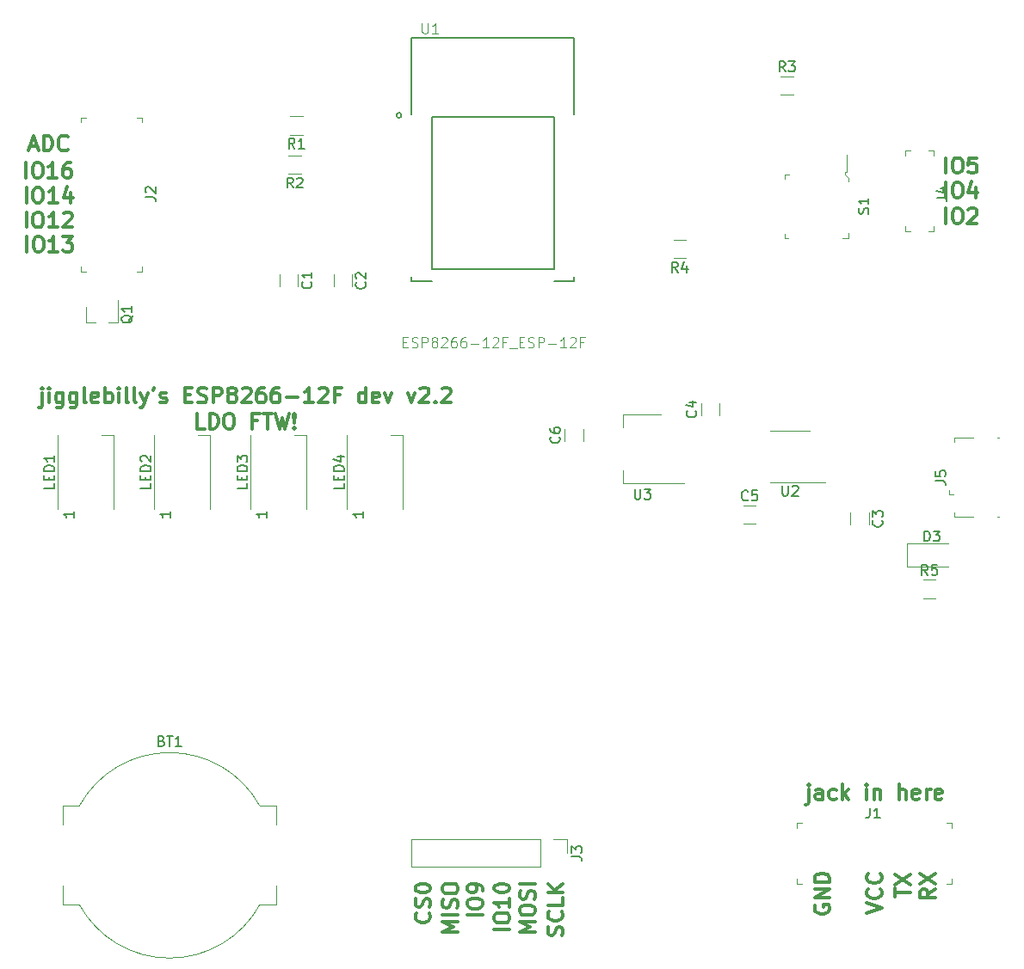
<source format=gbr>
G04 #@! TF.GenerationSoftware,KiCad,Pcbnew,(5.1.2)-1*
G04 #@! TF.CreationDate,2020-01-23T21:38:11-06:00*
G04 #@! TF.ProjectId,8266-dev,38323636-2d64-4657-962e-6b696361645f,rev?*
G04 #@! TF.SameCoordinates,Original*
G04 #@! TF.FileFunction,Legend,Top*
G04 #@! TF.FilePolarity,Positive*
%FSLAX46Y46*%
G04 Gerber Fmt 4.6, Leading zero omitted, Abs format (unit mm)*
G04 Created by KiCad (PCBNEW (5.1.2)-1) date 2020-01-23 21:38:11*
%MOMM*%
%LPD*%
G04 APERTURE LIST*
%ADD10C,0.300000*%
%ADD11C,0.120000*%
%ADD12C,0.100000*%
%ADD13C,0.127000*%
%ADD14C,0.150000*%
%ADD15C,0.050000*%
G04 APERTURE END LIST*
D10*
X88605011Y-81608891D02*
X88605011Y-82894605D01*
X88533582Y-83037462D01*
X88390725Y-83108891D01*
X88319297Y-83108891D01*
X88605011Y-81108891D02*
X88533582Y-81180320D01*
X88605011Y-81251748D01*
X88676440Y-81180320D01*
X88605011Y-81108891D01*
X88605011Y-81251748D01*
X89319297Y-82608891D02*
X89319297Y-81608891D01*
X89319297Y-81108891D02*
X89247868Y-81180320D01*
X89319297Y-81251748D01*
X89390725Y-81180320D01*
X89319297Y-81108891D01*
X89319297Y-81251748D01*
X90676440Y-81608891D02*
X90676440Y-82823177D01*
X90605011Y-82966034D01*
X90533582Y-83037462D01*
X90390725Y-83108891D01*
X90176440Y-83108891D01*
X90033582Y-83037462D01*
X90676440Y-82537462D02*
X90533582Y-82608891D01*
X90247868Y-82608891D01*
X90105011Y-82537462D01*
X90033582Y-82466034D01*
X89962154Y-82323177D01*
X89962154Y-81894605D01*
X90033582Y-81751748D01*
X90105011Y-81680320D01*
X90247868Y-81608891D01*
X90533582Y-81608891D01*
X90676440Y-81680320D01*
X92033582Y-81608891D02*
X92033582Y-82823177D01*
X91962154Y-82966034D01*
X91890725Y-83037462D01*
X91747868Y-83108891D01*
X91533582Y-83108891D01*
X91390725Y-83037462D01*
X92033582Y-82537462D02*
X91890725Y-82608891D01*
X91605011Y-82608891D01*
X91462154Y-82537462D01*
X91390725Y-82466034D01*
X91319297Y-82323177D01*
X91319297Y-81894605D01*
X91390725Y-81751748D01*
X91462154Y-81680320D01*
X91605011Y-81608891D01*
X91890725Y-81608891D01*
X92033582Y-81680320D01*
X92962154Y-82608891D02*
X92819297Y-82537462D01*
X92747868Y-82394605D01*
X92747868Y-81108891D01*
X94105011Y-82537462D02*
X93962154Y-82608891D01*
X93676440Y-82608891D01*
X93533582Y-82537462D01*
X93462154Y-82394605D01*
X93462154Y-81823177D01*
X93533582Y-81680320D01*
X93676440Y-81608891D01*
X93962154Y-81608891D01*
X94105011Y-81680320D01*
X94176440Y-81823177D01*
X94176440Y-81966034D01*
X93462154Y-82108891D01*
X94819297Y-82608891D02*
X94819297Y-81108891D01*
X94819297Y-81680320D02*
X94962154Y-81608891D01*
X95247868Y-81608891D01*
X95390725Y-81680320D01*
X95462154Y-81751748D01*
X95533582Y-81894605D01*
X95533582Y-82323177D01*
X95462154Y-82466034D01*
X95390725Y-82537462D01*
X95247868Y-82608891D01*
X94962154Y-82608891D01*
X94819297Y-82537462D01*
X96176440Y-82608891D02*
X96176440Y-81608891D01*
X96176440Y-81108891D02*
X96105011Y-81180320D01*
X96176440Y-81251748D01*
X96247868Y-81180320D01*
X96176440Y-81108891D01*
X96176440Y-81251748D01*
X97105011Y-82608891D02*
X96962154Y-82537462D01*
X96890725Y-82394605D01*
X96890725Y-81108891D01*
X97890725Y-82608891D02*
X97747868Y-82537462D01*
X97676440Y-82394605D01*
X97676440Y-81108891D01*
X98319297Y-81608891D02*
X98676440Y-82608891D01*
X99033582Y-81608891D02*
X98676440Y-82608891D01*
X98533582Y-82966034D01*
X98462154Y-83037462D01*
X98319297Y-83108891D01*
X99676440Y-81108891D02*
X99533582Y-81394605D01*
X100247868Y-82537462D02*
X100390725Y-82608891D01*
X100676440Y-82608891D01*
X100819297Y-82537462D01*
X100890725Y-82394605D01*
X100890725Y-82323177D01*
X100819297Y-82180320D01*
X100676440Y-82108891D01*
X100462154Y-82108891D01*
X100319297Y-82037462D01*
X100247868Y-81894605D01*
X100247868Y-81823177D01*
X100319297Y-81680320D01*
X100462154Y-81608891D01*
X100676440Y-81608891D01*
X100819297Y-81680320D01*
X102676440Y-81823177D02*
X103176440Y-81823177D01*
X103390725Y-82608891D02*
X102676440Y-82608891D01*
X102676440Y-81108891D01*
X103390725Y-81108891D01*
X103962154Y-82537462D02*
X104176440Y-82608891D01*
X104533582Y-82608891D01*
X104676440Y-82537462D01*
X104747868Y-82466034D01*
X104819297Y-82323177D01*
X104819297Y-82180320D01*
X104747868Y-82037462D01*
X104676440Y-81966034D01*
X104533582Y-81894605D01*
X104247868Y-81823177D01*
X104105011Y-81751748D01*
X104033582Y-81680320D01*
X103962154Y-81537462D01*
X103962154Y-81394605D01*
X104033582Y-81251748D01*
X104105011Y-81180320D01*
X104247868Y-81108891D01*
X104605011Y-81108891D01*
X104819297Y-81180320D01*
X105462154Y-82608891D02*
X105462154Y-81108891D01*
X106033582Y-81108891D01*
X106176440Y-81180320D01*
X106247868Y-81251748D01*
X106319297Y-81394605D01*
X106319297Y-81608891D01*
X106247868Y-81751748D01*
X106176440Y-81823177D01*
X106033582Y-81894605D01*
X105462154Y-81894605D01*
X107176440Y-81751748D02*
X107033582Y-81680320D01*
X106962154Y-81608891D01*
X106890725Y-81466034D01*
X106890725Y-81394605D01*
X106962154Y-81251748D01*
X107033582Y-81180320D01*
X107176440Y-81108891D01*
X107462154Y-81108891D01*
X107605011Y-81180320D01*
X107676440Y-81251748D01*
X107747868Y-81394605D01*
X107747868Y-81466034D01*
X107676440Y-81608891D01*
X107605011Y-81680320D01*
X107462154Y-81751748D01*
X107176440Y-81751748D01*
X107033582Y-81823177D01*
X106962154Y-81894605D01*
X106890725Y-82037462D01*
X106890725Y-82323177D01*
X106962154Y-82466034D01*
X107033582Y-82537462D01*
X107176440Y-82608891D01*
X107462154Y-82608891D01*
X107605011Y-82537462D01*
X107676440Y-82466034D01*
X107747868Y-82323177D01*
X107747868Y-82037462D01*
X107676440Y-81894605D01*
X107605011Y-81823177D01*
X107462154Y-81751748D01*
X108319297Y-81251748D02*
X108390725Y-81180320D01*
X108533582Y-81108891D01*
X108890725Y-81108891D01*
X109033582Y-81180320D01*
X109105011Y-81251748D01*
X109176440Y-81394605D01*
X109176440Y-81537462D01*
X109105011Y-81751748D01*
X108247868Y-82608891D01*
X109176440Y-82608891D01*
X110462154Y-81108891D02*
X110176440Y-81108891D01*
X110033582Y-81180320D01*
X109962154Y-81251748D01*
X109819297Y-81466034D01*
X109747868Y-81751748D01*
X109747868Y-82323177D01*
X109819297Y-82466034D01*
X109890725Y-82537462D01*
X110033582Y-82608891D01*
X110319297Y-82608891D01*
X110462154Y-82537462D01*
X110533582Y-82466034D01*
X110605011Y-82323177D01*
X110605011Y-81966034D01*
X110533582Y-81823177D01*
X110462154Y-81751748D01*
X110319297Y-81680320D01*
X110033582Y-81680320D01*
X109890725Y-81751748D01*
X109819297Y-81823177D01*
X109747868Y-81966034D01*
X111890725Y-81108891D02*
X111605011Y-81108891D01*
X111462154Y-81180320D01*
X111390725Y-81251748D01*
X111247868Y-81466034D01*
X111176440Y-81751748D01*
X111176440Y-82323177D01*
X111247868Y-82466034D01*
X111319297Y-82537462D01*
X111462154Y-82608891D01*
X111747868Y-82608891D01*
X111890725Y-82537462D01*
X111962154Y-82466034D01*
X112033582Y-82323177D01*
X112033582Y-81966034D01*
X111962154Y-81823177D01*
X111890725Y-81751748D01*
X111747868Y-81680320D01*
X111462154Y-81680320D01*
X111319297Y-81751748D01*
X111247868Y-81823177D01*
X111176440Y-81966034D01*
X112676440Y-82037462D02*
X113819297Y-82037462D01*
X115319297Y-82608891D02*
X114462154Y-82608891D01*
X114890725Y-82608891D02*
X114890725Y-81108891D01*
X114747868Y-81323177D01*
X114605011Y-81466034D01*
X114462154Y-81537462D01*
X115890725Y-81251748D02*
X115962154Y-81180320D01*
X116105011Y-81108891D01*
X116462154Y-81108891D01*
X116605011Y-81180320D01*
X116676440Y-81251748D01*
X116747868Y-81394605D01*
X116747868Y-81537462D01*
X116676440Y-81751748D01*
X115819297Y-82608891D01*
X116747868Y-82608891D01*
X117890725Y-81823177D02*
X117390725Y-81823177D01*
X117390725Y-82608891D02*
X117390725Y-81108891D01*
X118105011Y-81108891D01*
X120462154Y-82608891D02*
X120462154Y-81108891D01*
X120462154Y-82537462D02*
X120319297Y-82608891D01*
X120033582Y-82608891D01*
X119890725Y-82537462D01*
X119819297Y-82466034D01*
X119747868Y-82323177D01*
X119747868Y-81894605D01*
X119819297Y-81751748D01*
X119890725Y-81680320D01*
X120033582Y-81608891D01*
X120319297Y-81608891D01*
X120462154Y-81680320D01*
X121747868Y-82537462D02*
X121605011Y-82608891D01*
X121319297Y-82608891D01*
X121176440Y-82537462D01*
X121105011Y-82394605D01*
X121105011Y-81823177D01*
X121176440Y-81680320D01*
X121319297Y-81608891D01*
X121605011Y-81608891D01*
X121747868Y-81680320D01*
X121819297Y-81823177D01*
X121819297Y-81966034D01*
X121105011Y-82108891D01*
X122319297Y-81608891D02*
X122676440Y-82608891D01*
X123033582Y-81608891D01*
X124605011Y-81608891D02*
X124962154Y-82608891D01*
X125319297Y-81608891D01*
X125819297Y-81251748D02*
X125890725Y-81180320D01*
X126033582Y-81108891D01*
X126390725Y-81108891D01*
X126533582Y-81180320D01*
X126605011Y-81251748D01*
X126676440Y-81394605D01*
X126676440Y-81537462D01*
X126605011Y-81751748D01*
X125747868Y-82608891D01*
X126676440Y-82608891D01*
X127319297Y-82466034D02*
X127390725Y-82537462D01*
X127319297Y-82608891D01*
X127247868Y-82537462D01*
X127319297Y-82466034D01*
X127319297Y-82608891D01*
X127962154Y-81251748D02*
X128033582Y-81180320D01*
X128176440Y-81108891D01*
X128533582Y-81108891D01*
X128676440Y-81180320D01*
X128747868Y-81251748D01*
X128819297Y-81394605D01*
X128819297Y-81537462D01*
X128747868Y-81751748D01*
X127890725Y-82608891D01*
X128819297Y-82608891D01*
X104605011Y-85158891D02*
X103890725Y-85158891D01*
X103890725Y-83658891D01*
X105105011Y-85158891D02*
X105105011Y-83658891D01*
X105462154Y-83658891D01*
X105676440Y-83730320D01*
X105819297Y-83873177D01*
X105890725Y-84016034D01*
X105962154Y-84301748D01*
X105962154Y-84516034D01*
X105890725Y-84801748D01*
X105819297Y-84944605D01*
X105676440Y-85087462D01*
X105462154Y-85158891D01*
X105105011Y-85158891D01*
X106890725Y-83658891D02*
X107176440Y-83658891D01*
X107319297Y-83730320D01*
X107462154Y-83873177D01*
X107533582Y-84158891D01*
X107533582Y-84658891D01*
X107462154Y-84944605D01*
X107319297Y-85087462D01*
X107176440Y-85158891D01*
X106890725Y-85158891D01*
X106747868Y-85087462D01*
X106605011Y-84944605D01*
X106533582Y-84658891D01*
X106533582Y-84158891D01*
X106605011Y-83873177D01*
X106747868Y-83730320D01*
X106890725Y-83658891D01*
X109819297Y-84373177D02*
X109319297Y-84373177D01*
X109319297Y-85158891D02*
X109319297Y-83658891D01*
X110033582Y-83658891D01*
X110390725Y-83658891D02*
X111247868Y-83658891D01*
X110819297Y-85158891D02*
X110819297Y-83658891D01*
X111605011Y-83658891D02*
X111962154Y-85158891D01*
X112247868Y-84087462D01*
X112533582Y-85158891D01*
X112890725Y-83658891D01*
X113462154Y-85016034D02*
X113533582Y-85087462D01*
X113462154Y-85158891D01*
X113390725Y-85087462D01*
X113462154Y-85016034D01*
X113462154Y-85158891D01*
X113462154Y-84587462D02*
X113390725Y-83730320D01*
X113462154Y-83658891D01*
X113533582Y-83730320D01*
X113462154Y-84587462D01*
X113462154Y-83658891D01*
X139804222Y-135060214D02*
X139875651Y-134845928D01*
X139875651Y-134488785D01*
X139804222Y-134345928D01*
X139732794Y-134274500D01*
X139589937Y-134203071D01*
X139447080Y-134203071D01*
X139304222Y-134274500D01*
X139232794Y-134345928D01*
X139161365Y-134488785D01*
X139089937Y-134774500D01*
X139018508Y-134917357D01*
X138947080Y-134988785D01*
X138804222Y-135060214D01*
X138661365Y-135060214D01*
X138518508Y-134988785D01*
X138447080Y-134917357D01*
X138375651Y-134774500D01*
X138375651Y-134417357D01*
X138447080Y-134203071D01*
X139732794Y-132703071D02*
X139804222Y-132774500D01*
X139875651Y-132988785D01*
X139875651Y-133131642D01*
X139804222Y-133345928D01*
X139661365Y-133488785D01*
X139518508Y-133560214D01*
X139232794Y-133631642D01*
X139018508Y-133631642D01*
X138732794Y-133560214D01*
X138589937Y-133488785D01*
X138447080Y-133345928D01*
X138375651Y-133131642D01*
X138375651Y-132988785D01*
X138447080Y-132774500D01*
X138518508Y-132703071D01*
X139875651Y-131345928D02*
X139875651Y-132060214D01*
X138375651Y-132060214D01*
X139875651Y-130845928D02*
X138375651Y-130845928D01*
X139875651Y-129988785D02*
X139018508Y-130631642D01*
X138375651Y-129988785D02*
X139232794Y-130845928D01*
X137107051Y-134716542D02*
X135607051Y-134716542D01*
X136678480Y-134216542D01*
X135607051Y-133716542D01*
X137107051Y-133716542D01*
X135607051Y-132716542D02*
X135607051Y-132430828D01*
X135678480Y-132287971D01*
X135821337Y-132145114D01*
X136107051Y-132073685D01*
X136607051Y-132073685D01*
X136892765Y-132145114D01*
X137035622Y-132287971D01*
X137107051Y-132430828D01*
X137107051Y-132716542D01*
X137035622Y-132859400D01*
X136892765Y-133002257D01*
X136607051Y-133073685D01*
X136107051Y-133073685D01*
X135821337Y-133002257D01*
X135678480Y-132859400D01*
X135607051Y-132716542D01*
X137035622Y-131502257D02*
X137107051Y-131287971D01*
X137107051Y-130930828D01*
X137035622Y-130787971D01*
X136964194Y-130716542D01*
X136821337Y-130645114D01*
X136678480Y-130645114D01*
X136535622Y-130716542D01*
X136464194Y-130787971D01*
X136392765Y-130930828D01*
X136321337Y-131216542D01*
X136249908Y-131359400D01*
X136178480Y-131430828D01*
X136035622Y-131502257D01*
X135892765Y-131502257D01*
X135749908Y-131430828D01*
X135678480Y-131359400D01*
X135607051Y-131216542D01*
X135607051Y-130859400D01*
X135678480Y-130645114D01*
X137107051Y-130002257D02*
X135607051Y-130002257D01*
X134622931Y-134472085D02*
X133122931Y-134472085D01*
X133122931Y-133472085D02*
X133122931Y-133186371D01*
X133194360Y-133043514D01*
X133337217Y-132900657D01*
X133622931Y-132829228D01*
X134122931Y-132829228D01*
X134408645Y-132900657D01*
X134551502Y-133043514D01*
X134622931Y-133186371D01*
X134622931Y-133472085D01*
X134551502Y-133614942D01*
X134408645Y-133757800D01*
X134122931Y-133829228D01*
X133622931Y-133829228D01*
X133337217Y-133757800D01*
X133194360Y-133614942D01*
X133122931Y-133472085D01*
X134622931Y-131400657D02*
X134622931Y-132257800D01*
X134622931Y-131829228D02*
X133122931Y-131829228D01*
X133337217Y-131972085D01*
X133480074Y-132114942D01*
X133551502Y-132257800D01*
X133122931Y-130472085D02*
X133122931Y-130329228D01*
X133194360Y-130186371D01*
X133265788Y-130114942D01*
X133408645Y-130043514D01*
X133694360Y-129972085D01*
X134051502Y-129972085D01*
X134337217Y-130043514D01*
X134480074Y-130114942D01*
X134551502Y-130186371D01*
X134622931Y-130329228D01*
X134622931Y-130472085D01*
X134551502Y-130614942D01*
X134480074Y-130686371D01*
X134337217Y-130757800D01*
X134051502Y-130829228D01*
X133694360Y-130829228D01*
X133408645Y-130757800D01*
X133265788Y-130686371D01*
X133194360Y-130614942D01*
X133122931Y-130472085D01*
X131976251Y-133041520D02*
X130476251Y-133041520D01*
X130476251Y-132041520D02*
X130476251Y-131755805D01*
X130547680Y-131612948D01*
X130690537Y-131470091D01*
X130976251Y-131398662D01*
X131476251Y-131398662D01*
X131761965Y-131470091D01*
X131904822Y-131612948D01*
X131976251Y-131755805D01*
X131976251Y-132041520D01*
X131904822Y-132184377D01*
X131761965Y-132327234D01*
X131476251Y-132398662D01*
X130976251Y-132398662D01*
X130690537Y-132327234D01*
X130547680Y-132184377D01*
X130476251Y-132041520D01*
X131976251Y-130684377D02*
X131976251Y-130398662D01*
X131904822Y-130255805D01*
X131833394Y-130184377D01*
X131619108Y-130041520D01*
X131333394Y-129970091D01*
X130761965Y-129970091D01*
X130619108Y-130041520D01*
X130547680Y-130112948D01*
X130476251Y-130255805D01*
X130476251Y-130541520D01*
X130547680Y-130684377D01*
X130619108Y-130755805D01*
X130761965Y-130827234D01*
X131119108Y-130827234D01*
X131261965Y-130755805D01*
X131333394Y-130684377D01*
X131404822Y-130541520D01*
X131404822Y-130255805D01*
X131333394Y-130112948D01*
X131261965Y-130041520D01*
X131119108Y-129970091D01*
X129542931Y-134731782D02*
X128042931Y-134731782D01*
X129114360Y-134231782D01*
X128042931Y-133731782D01*
X129542931Y-133731782D01*
X129542931Y-133017497D02*
X128042931Y-133017497D01*
X129471502Y-132374640D02*
X129542931Y-132160354D01*
X129542931Y-131803211D01*
X129471502Y-131660354D01*
X129400074Y-131588925D01*
X129257217Y-131517497D01*
X129114360Y-131517497D01*
X128971502Y-131588925D01*
X128900074Y-131660354D01*
X128828645Y-131803211D01*
X128757217Y-132088925D01*
X128685788Y-132231782D01*
X128614360Y-132303211D01*
X128471502Y-132374640D01*
X128328645Y-132374640D01*
X128185788Y-132303211D01*
X128114360Y-132231782D01*
X128042931Y-132088925D01*
X128042931Y-131731782D01*
X128114360Y-131517497D01*
X128042931Y-130588925D02*
X128042931Y-130303211D01*
X128114360Y-130160354D01*
X128257217Y-130017497D01*
X128542931Y-129946068D01*
X129042931Y-129946068D01*
X129328645Y-130017497D01*
X129471502Y-130160354D01*
X129542931Y-130303211D01*
X129542931Y-130588925D01*
X129471502Y-130731782D01*
X129328645Y-130874640D01*
X129042931Y-130946068D01*
X128542931Y-130946068D01*
X128257217Y-130874640D01*
X128114360Y-130731782D01*
X128042931Y-130588925D01*
X126700054Y-132841085D02*
X126771482Y-132912514D01*
X126842911Y-133126800D01*
X126842911Y-133269657D01*
X126771482Y-133483942D01*
X126628625Y-133626800D01*
X126485768Y-133698228D01*
X126200054Y-133769657D01*
X125985768Y-133769657D01*
X125700054Y-133698228D01*
X125557197Y-133626800D01*
X125414340Y-133483942D01*
X125342911Y-133269657D01*
X125342911Y-133126800D01*
X125414340Y-132912514D01*
X125485768Y-132841085D01*
X126771482Y-132269657D02*
X126842911Y-132055371D01*
X126842911Y-131698228D01*
X126771482Y-131555371D01*
X126700054Y-131483942D01*
X126557197Y-131412514D01*
X126414340Y-131412514D01*
X126271482Y-131483942D01*
X126200054Y-131555371D01*
X126128625Y-131698228D01*
X126057197Y-131983942D01*
X125985768Y-132126800D01*
X125914340Y-132198228D01*
X125771482Y-132269657D01*
X125628625Y-132269657D01*
X125485768Y-132198228D01*
X125414340Y-132126800D01*
X125342911Y-131983942D01*
X125342911Y-131626800D01*
X125414340Y-131412514D01*
X125342911Y-130483942D02*
X125342911Y-130341085D01*
X125414340Y-130198228D01*
X125485768Y-130126800D01*
X125628625Y-130055371D01*
X125914340Y-129983942D01*
X126271482Y-129983942D01*
X126557197Y-130055371D01*
X126700054Y-130126800D01*
X126771482Y-130198228D01*
X126842911Y-130341085D01*
X126842911Y-130483942D01*
X126771482Y-130626800D01*
X126700054Y-130698228D01*
X126557197Y-130769657D01*
X126271482Y-130841085D01*
X125914340Y-130841085D01*
X125628625Y-130769657D01*
X125485768Y-130698228D01*
X125414340Y-130626800D01*
X125342911Y-130483942D01*
X177542060Y-64950731D02*
X177542060Y-63450731D01*
X178542060Y-63450731D02*
X178827774Y-63450731D01*
X178970631Y-63522160D01*
X179113488Y-63665017D01*
X179184917Y-63950731D01*
X179184917Y-64450731D01*
X179113488Y-64736445D01*
X178970631Y-64879302D01*
X178827774Y-64950731D01*
X178542060Y-64950731D01*
X178399202Y-64879302D01*
X178256345Y-64736445D01*
X178184917Y-64450731D01*
X178184917Y-63950731D01*
X178256345Y-63665017D01*
X178399202Y-63522160D01*
X178542060Y-63450731D01*
X179756345Y-63593588D02*
X179827774Y-63522160D01*
X179970631Y-63450731D01*
X180327774Y-63450731D01*
X180470631Y-63522160D01*
X180542060Y-63593588D01*
X180613488Y-63736445D01*
X180613488Y-63879302D01*
X180542060Y-64093588D01*
X179684917Y-64950731D01*
X180613488Y-64950731D01*
X177542060Y-62408191D02*
X177542060Y-60908191D01*
X178542060Y-60908191D02*
X178827774Y-60908191D01*
X178970631Y-60979620D01*
X179113488Y-61122477D01*
X179184917Y-61408191D01*
X179184917Y-61908191D01*
X179113488Y-62193905D01*
X178970631Y-62336762D01*
X178827774Y-62408191D01*
X178542060Y-62408191D01*
X178399202Y-62336762D01*
X178256345Y-62193905D01*
X178184917Y-61908191D01*
X178184917Y-61408191D01*
X178256345Y-61122477D01*
X178399202Y-60979620D01*
X178542060Y-60908191D01*
X180470631Y-61408191D02*
X180470631Y-62408191D01*
X180113488Y-60836762D02*
X179756345Y-61908191D01*
X180684917Y-61908191D01*
X177542060Y-59985031D02*
X177542060Y-58485031D01*
X178542060Y-58485031D02*
X178827774Y-58485031D01*
X178970631Y-58556460D01*
X179113488Y-58699317D01*
X179184917Y-58985031D01*
X179184917Y-59485031D01*
X179113488Y-59770745D01*
X178970631Y-59913602D01*
X178827774Y-59985031D01*
X178542060Y-59985031D01*
X178399202Y-59913602D01*
X178256345Y-59770745D01*
X178184917Y-59485031D01*
X178184917Y-58985031D01*
X178256345Y-58699317D01*
X178399202Y-58556460D01*
X178542060Y-58485031D01*
X180542060Y-58485031D02*
X179827774Y-58485031D01*
X179756345Y-59199317D01*
X179827774Y-59127888D01*
X179970631Y-59056460D01*
X180327774Y-59056460D01*
X180470631Y-59127888D01*
X180542060Y-59199317D01*
X180613488Y-59342174D01*
X180613488Y-59699317D01*
X180542060Y-59842174D01*
X180470631Y-59913602D01*
X180327774Y-59985031D01*
X179970631Y-59985031D01*
X179827774Y-59913602D01*
X179756345Y-59842174D01*
X87120054Y-67754891D02*
X87120054Y-66254891D01*
X88120054Y-66254891D02*
X88405768Y-66254891D01*
X88548625Y-66326320D01*
X88691482Y-66469177D01*
X88762911Y-66754891D01*
X88762911Y-67254891D01*
X88691482Y-67540605D01*
X88548625Y-67683462D01*
X88405768Y-67754891D01*
X88120054Y-67754891D01*
X87977197Y-67683462D01*
X87834340Y-67540605D01*
X87762911Y-67254891D01*
X87762911Y-66754891D01*
X87834340Y-66469177D01*
X87977197Y-66326320D01*
X88120054Y-66254891D01*
X90191482Y-67754891D02*
X89334340Y-67754891D01*
X89762911Y-67754891D02*
X89762911Y-66254891D01*
X89620054Y-66469177D01*
X89477197Y-66612034D01*
X89334340Y-66683462D01*
X90691482Y-66254891D02*
X91620054Y-66254891D01*
X91120054Y-66826320D01*
X91334340Y-66826320D01*
X91477197Y-66897748D01*
X91548625Y-66969177D01*
X91620054Y-67112034D01*
X91620054Y-67469177D01*
X91548625Y-67612034D01*
X91477197Y-67683462D01*
X91334340Y-67754891D01*
X90905768Y-67754891D01*
X90762911Y-67683462D01*
X90691482Y-67612034D01*
X87089574Y-65336811D02*
X87089574Y-63836811D01*
X88089574Y-63836811D02*
X88375288Y-63836811D01*
X88518145Y-63908240D01*
X88661002Y-64051097D01*
X88732431Y-64336811D01*
X88732431Y-64836811D01*
X88661002Y-65122525D01*
X88518145Y-65265382D01*
X88375288Y-65336811D01*
X88089574Y-65336811D01*
X87946717Y-65265382D01*
X87803860Y-65122525D01*
X87732431Y-64836811D01*
X87732431Y-64336811D01*
X87803860Y-64051097D01*
X87946717Y-63908240D01*
X88089574Y-63836811D01*
X90161002Y-65336811D02*
X89303860Y-65336811D01*
X89732431Y-65336811D02*
X89732431Y-63836811D01*
X89589574Y-64051097D01*
X89446717Y-64193954D01*
X89303860Y-64265382D01*
X90732431Y-63979668D02*
X90803860Y-63908240D01*
X90946717Y-63836811D01*
X91303860Y-63836811D01*
X91446717Y-63908240D01*
X91518145Y-63979668D01*
X91589574Y-64122525D01*
X91589574Y-64265382D01*
X91518145Y-64479668D01*
X90661002Y-65336811D01*
X91589574Y-65336811D01*
X87069254Y-62918731D02*
X87069254Y-61418731D01*
X88069254Y-61418731D02*
X88354968Y-61418731D01*
X88497825Y-61490160D01*
X88640682Y-61633017D01*
X88712111Y-61918731D01*
X88712111Y-62418731D01*
X88640682Y-62704445D01*
X88497825Y-62847302D01*
X88354968Y-62918731D01*
X88069254Y-62918731D01*
X87926397Y-62847302D01*
X87783540Y-62704445D01*
X87712111Y-62418731D01*
X87712111Y-61918731D01*
X87783540Y-61633017D01*
X87926397Y-61490160D01*
X88069254Y-61418731D01*
X90140682Y-62918731D02*
X89283540Y-62918731D01*
X89712111Y-62918731D02*
X89712111Y-61418731D01*
X89569254Y-61633017D01*
X89426397Y-61775874D01*
X89283540Y-61847302D01*
X91426397Y-61918731D02*
X91426397Y-62918731D01*
X91069254Y-61347302D02*
X90712111Y-62418731D01*
X91640682Y-62418731D01*
X87033694Y-60470171D02*
X87033694Y-58970171D01*
X88033694Y-58970171D02*
X88319408Y-58970171D01*
X88462265Y-59041600D01*
X88605122Y-59184457D01*
X88676551Y-59470171D01*
X88676551Y-59970171D01*
X88605122Y-60255885D01*
X88462265Y-60398742D01*
X88319408Y-60470171D01*
X88033694Y-60470171D01*
X87890837Y-60398742D01*
X87747980Y-60255885D01*
X87676551Y-59970171D01*
X87676551Y-59470171D01*
X87747980Y-59184457D01*
X87890837Y-59041600D01*
X88033694Y-58970171D01*
X90105122Y-60470171D02*
X89247980Y-60470171D01*
X89676551Y-60470171D02*
X89676551Y-58970171D01*
X89533694Y-59184457D01*
X89390837Y-59327314D01*
X89247980Y-59398742D01*
X91390837Y-58970171D02*
X91105122Y-58970171D01*
X90962265Y-59041600D01*
X90890837Y-59113028D01*
X90747980Y-59327314D01*
X90676551Y-59613028D01*
X90676551Y-60184457D01*
X90747980Y-60327314D01*
X90819408Y-60398742D01*
X90962265Y-60470171D01*
X91247980Y-60470171D01*
X91390837Y-60398742D01*
X91462265Y-60327314D01*
X91533694Y-60184457D01*
X91533694Y-59827314D01*
X91462265Y-59684457D01*
X91390837Y-59613028D01*
X91247980Y-59541600D01*
X90962265Y-59541600D01*
X90819408Y-59613028D01*
X90747980Y-59684457D01*
X90676551Y-59827314D01*
X87418777Y-57364440D02*
X88133062Y-57364440D01*
X87275920Y-57793011D02*
X87775920Y-56293011D01*
X88275920Y-57793011D01*
X88775920Y-57793011D02*
X88775920Y-56293011D01*
X89133062Y-56293011D01*
X89347348Y-56364440D01*
X89490205Y-56507297D01*
X89561634Y-56650154D01*
X89633062Y-56935868D01*
X89633062Y-57150154D01*
X89561634Y-57435868D01*
X89490205Y-57578725D01*
X89347348Y-57721582D01*
X89133062Y-57793011D01*
X88775920Y-57793011D01*
X91133062Y-57650154D02*
X91061634Y-57721582D01*
X90847348Y-57793011D01*
X90704491Y-57793011D01*
X90490205Y-57721582D01*
X90347348Y-57578725D01*
X90275920Y-57435868D01*
X90204491Y-57150154D01*
X90204491Y-56935868D01*
X90275920Y-56650154D01*
X90347348Y-56507297D01*
X90490205Y-56364440D01*
X90704491Y-56293011D01*
X90847348Y-56293011D01*
X91061634Y-56364440D01*
X91133062Y-56435868D01*
X176489751Y-130496120D02*
X175775465Y-130996120D01*
X176489751Y-131353262D02*
X174989751Y-131353262D01*
X174989751Y-130781834D01*
X175061180Y-130638977D01*
X175132608Y-130567548D01*
X175275465Y-130496120D01*
X175489751Y-130496120D01*
X175632608Y-130567548D01*
X175704037Y-130638977D01*
X175775465Y-130781834D01*
X175775465Y-131353262D01*
X174989751Y-129996120D02*
X176489751Y-128996120D01*
X174989751Y-128996120D02*
X176489751Y-129996120D01*
X172525951Y-131287377D02*
X172525951Y-130430234D01*
X174025951Y-130858805D02*
X172525951Y-130858805D01*
X172525951Y-130073091D02*
X174025951Y-129073091D01*
X172525951Y-129073091D02*
X174025951Y-130073091D01*
X169757351Y-132850640D02*
X171257351Y-132350640D01*
X169757351Y-131850640D01*
X171114494Y-130493497D02*
X171185922Y-130564925D01*
X171257351Y-130779211D01*
X171257351Y-130922068D01*
X171185922Y-131136354D01*
X171043065Y-131279211D01*
X170900208Y-131350640D01*
X170614494Y-131422068D01*
X170400208Y-131422068D01*
X170114494Y-131350640D01*
X169971637Y-131279211D01*
X169828780Y-131136354D01*
X169757351Y-130922068D01*
X169757351Y-130779211D01*
X169828780Y-130564925D01*
X169900208Y-130493497D01*
X171114494Y-128993497D02*
X171185922Y-129064925D01*
X171257351Y-129279211D01*
X171257351Y-129422068D01*
X171185922Y-129636354D01*
X171043065Y-129779211D01*
X170900208Y-129850640D01*
X170614494Y-129922068D01*
X170400208Y-129922068D01*
X170114494Y-129850640D01*
X169971637Y-129779211D01*
X169828780Y-129636354D01*
X169757351Y-129422068D01*
X169757351Y-129279211D01*
X169828780Y-129064925D01*
X169900208Y-128993497D01*
X164695440Y-132092557D02*
X164624011Y-132235414D01*
X164624011Y-132449700D01*
X164695440Y-132663985D01*
X164838297Y-132806842D01*
X164981154Y-132878271D01*
X165266868Y-132949700D01*
X165481154Y-132949700D01*
X165766868Y-132878271D01*
X165909725Y-132806842D01*
X166052582Y-132663985D01*
X166124011Y-132449700D01*
X166124011Y-132306842D01*
X166052582Y-132092557D01*
X165981154Y-132021128D01*
X165481154Y-132021128D01*
X165481154Y-132306842D01*
X166124011Y-131378271D02*
X164624011Y-131378271D01*
X166124011Y-130521128D01*
X164624011Y-130521128D01*
X166124011Y-129806842D02*
X164624011Y-129806842D01*
X164624011Y-129449700D01*
X164695440Y-129235414D01*
X164838297Y-129092557D01*
X164981154Y-129021128D01*
X165266868Y-128949700D01*
X165481154Y-128949700D01*
X165766868Y-129021128D01*
X165909725Y-129092557D01*
X166052582Y-129235414D01*
X166124011Y-129449700D01*
X166124011Y-129806842D01*
X164055765Y-120658771D02*
X164055765Y-121944485D01*
X163984337Y-122087342D01*
X163841480Y-122158771D01*
X163770051Y-122158771D01*
X164055765Y-120158771D02*
X163984337Y-120230200D01*
X164055765Y-120301628D01*
X164127194Y-120230200D01*
X164055765Y-120158771D01*
X164055765Y-120301628D01*
X165412908Y-121658771D02*
X165412908Y-120873057D01*
X165341480Y-120730200D01*
X165198622Y-120658771D01*
X164912908Y-120658771D01*
X164770051Y-120730200D01*
X165412908Y-121587342D02*
X165270051Y-121658771D01*
X164912908Y-121658771D01*
X164770051Y-121587342D01*
X164698622Y-121444485D01*
X164698622Y-121301628D01*
X164770051Y-121158771D01*
X164912908Y-121087342D01*
X165270051Y-121087342D01*
X165412908Y-121015914D01*
X166770051Y-121587342D02*
X166627194Y-121658771D01*
X166341480Y-121658771D01*
X166198622Y-121587342D01*
X166127194Y-121515914D01*
X166055765Y-121373057D01*
X166055765Y-120944485D01*
X166127194Y-120801628D01*
X166198622Y-120730200D01*
X166341480Y-120658771D01*
X166627194Y-120658771D01*
X166770051Y-120730200D01*
X167412908Y-121658771D02*
X167412908Y-120158771D01*
X167555765Y-121087342D02*
X167984337Y-121658771D01*
X167984337Y-120658771D02*
X167412908Y-121230200D01*
X169770051Y-121658771D02*
X169770051Y-120658771D01*
X169770051Y-120158771D02*
X169698622Y-120230200D01*
X169770051Y-120301628D01*
X169841480Y-120230200D01*
X169770051Y-120158771D01*
X169770051Y-120301628D01*
X170484337Y-120658771D02*
X170484337Y-121658771D01*
X170484337Y-120801628D02*
X170555765Y-120730200D01*
X170698622Y-120658771D01*
X170912908Y-120658771D01*
X171055765Y-120730200D01*
X171127194Y-120873057D01*
X171127194Y-121658771D01*
X172984337Y-121658771D02*
X172984337Y-120158771D01*
X173627194Y-121658771D02*
X173627194Y-120873057D01*
X173555765Y-120730200D01*
X173412908Y-120658771D01*
X173198622Y-120658771D01*
X173055765Y-120730200D01*
X172984337Y-120801628D01*
X174912908Y-121587342D02*
X174770051Y-121658771D01*
X174484337Y-121658771D01*
X174341480Y-121587342D01*
X174270051Y-121444485D01*
X174270051Y-120873057D01*
X174341480Y-120730200D01*
X174484337Y-120658771D01*
X174770051Y-120658771D01*
X174912908Y-120730200D01*
X174984337Y-120873057D01*
X174984337Y-121015914D01*
X174270051Y-121158771D01*
X175627194Y-121658771D02*
X175627194Y-120658771D01*
X175627194Y-120944485D02*
X175698622Y-120801628D01*
X175770051Y-120730200D01*
X175912908Y-120658771D01*
X176055765Y-120658771D01*
X177127194Y-121587342D02*
X176984337Y-121658771D01*
X176698622Y-121658771D01*
X176555765Y-121587342D01*
X176484337Y-121444485D01*
X176484337Y-120873057D01*
X176555765Y-120730200D01*
X176698622Y-120658771D01*
X176984337Y-120658771D01*
X177127194Y-120730200D01*
X177198622Y-120873057D01*
X177198622Y-121015914D01*
X176484337Y-121158771D01*
D11*
X169957699Y-93419237D02*
X169957699Y-94623365D01*
X168137699Y-93419237D02*
X168137699Y-94623365D01*
X90698200Y-122285180D02*
X92305290Y-122285180D01*
X90698200Y-124170180D02*
X90698200Y-122285180D01*
X111638200Y-124170180D02*
X111638200Y-122285180D01*
X90698200Y-130170180D02*
X90698200Y-132055180D01*
X111638200Y-130170180D02*
X111638200Y-132055180D01*
X111638200Y-122285180D02*
X110031110Y-122285180D01*
X90698200Y-132055180D02*
X92305290Y-132055180D01*
X111638200Y-132055180D02*
X110031110Y-132055180D01*
X92305290Y-122285180D02*
G75*
G02X110031110Y-122285180I8862910J-4885000D01*
G01*
X110033221Y-132051348D02*
G75*
G02X92305290Y-132055180I-8865021J4881168D01*
G01*
X113800300Y-69931656D02*
X113800300Y-71135784D01*
X111980300Y-69931656D02*
X111980300Y-71135784D01*
X114248824Y-56198180D02*
X113044696Y-56198180D01*
X114248824Y-54378180D02*
X113044696Y-54378180D01*
X114081184Y-58251680D02*
X112877056Y-58251680D01*
X114081184Y-60071680D02*
X112877056Y-60071680D01*
X161307236Y-52268800D02*
X162511364Y-52268800D01*
X161307236Y-50448800D02*
X162511364Y-50448800D01*
X151945424Y-68385100D02*
X150741296Y-68385100D01*
X151945424Y-66565100D02*
X150741296Y-66565100D01*
D12*
X167930360Y-60488780D02*
X167930360Y-60788780D01*
X167930360Y-60488780D02*
X167605360Y-60138780D01*
X167605360Y-60138780D02*
X167605360Y-59838780D01*
X167605360Y-59838780D02*
X167830360Y-59838780D01*
X167830360Y-59838780D02*
X167830360Y-58188780D01*
X167380360Y-66388780D02*
X167930360Y-66388780D01*
X167930360Y-66388780D02*
X167930360Y-65888780D01*
X161680360Y-60538780D02*
X161680360Y-60138780D01*
X161680360Y-60138780D02*
X162080360Y-60138780D01*
X162055360Y-66388780D02*
X161680360Y-66388780D01*
X161680360Y-66388780D02*
X161680360Y-66013780D01*
D13*
X123986780Y-54296580D02*
G75*
G03X123986780Y-54296580I-250000J0D01*
G01*
X140986780Y-70671580D02*
X138986780Y-70671580D01*
X140986780Y-70171580D02*
X140986780Y-70671580D01*
X124986780Y-70671580D02*
X126986780Y-70671580D01*
X124986780Y-70171580D02*
X124986780Y-70671580D01*
X140986780Y-46671580D02*
X140986780Y-54171580D01*
X124986780Y-46671580D02*
X140986780Y-46671580D01*
X124986780Y-54171580D02*
X124986780Y-46671580D01*
X126986780Y-69431580D02*
X126986780Y-54431580D01*
X138986780Y-69431580D02*
X126986780Y-69431580D01*
X138986780Y-54431580D02*
X138986780Y-69431580D01*
X126986780Y-54431580D02*
X138986780Y-54431580D01*
D12*
X178111480Y-123949200D02*
X178111480Y-124449200D01*
X178111480Y-123949200D02*
X177611480Y-123949200D01*
X178111480Y-129949200D02*
X177611480Y-129949200D01*
X178111480Y-129949200D02*
X178111480Y-129449200D01*
X162911480Y-123949200D02*
X162911480Y-124449200D01*
X162911480Y-123949200D02*
X163411480Y-123949200D01*
X162911480Y-129949200D02*
X162911480Y-129449200D01*
X162911480Y-129949200D02*
X163411480Y-129949200D01*
X98417640Y-69704280D02*
X97917640Y-69704280D01*
X98417640Y-69704280D02*
X98417640Y-69204280D01*
X92417640Y-69704280D02*
X92417640Y-69204280D01*
X92417640Y-69704280D02*
X92917640Y-69704280D01*
X98417640Y-54504280D02*
X97917640Y-54504280D01*
X98417640Y-54504280D02*
X98417640Y-55004280D01*
X92417640Y-54504280D02*
X92917640Y-54504280D01*
X92417640Y-54504280D02*
X92417640Y-55004280D01*
D11*
X124912530Y-125614200D02*
X124912530Y-128274200D01*
X137672530Y-125614200D02*
X124912530Y-125614200D01*
X137672530Y-128274200D02*
X124912530Y-128274200D01*
X137672530Y-125614200D02*
X137672530Y-128274200D01*
X138942530Y-125614200D02*
X140272530Y-125614200D01*
X140272530Y-125614200D02*
X140272530Y-126944200D01*
D12*
X173519640Y-65694700D02*
X174019640Y-65694700D01*
X173519640Y-65694700D02*
X173519640Y-65194700D01*
X173519640Y-57794700D02*
X173519640Y-58294700D01*
X173519640Y-57794700D02*
X174019640Y-57794700D01*
X176319640Y-57794700D02*
X175819640Y-57794700D01*
X176319640Y-57794700D02*
X176319640Y-58294700D01*
X176319640Y-65694700D02*
X175819640Y-65694700D01*
X176319640Y-65694700D02*
X176319640Y-65194700D01*
D11*
X119116520Y-69976916D02*
X119116520Y-71181044D01*
X117296520Y-69976916D02*
X117296520Y-71181044D01*
X95624000Y-85795000D02*
X94474000Y-85795000D01*
X95624000Y-93095000D02*
X95624000Y-85795000D01*
X90124000Y-93095000D02*
X90124000Y-85795000D01*
X99619666Y-93095000D02*
X99619666Y-85795000D01*
X105119666Y-93095000D02*
X105119666Y-85795000D01*
X105119666Y-85795000D02*
X103969666Y-85795000D01*
X114615332Y-85795000D02*
X113465332Y-85795000D01*
X114615332Y-93095000D02*
X114615332Y-85795000D01*
X109115332Y-93095000D02*
X109115332Y-85795000D01*
X118611000Y-93095000D02*
X118611000Y-85795000D01*
X124111000Y-93095000D02*
X124111000Y-85795000D01*
X124111000Y-85795000D02*
X122961000Y-85795000D01*
X92910500Y-74658000D02*
X93840500Y-74658000D01*
X96070500Y-74658000D02*
X95140500Y-74658000D01*
X96070500Y-74658000D02*
X96070500Y-72498000D01*
X92910500Y-74658000D02*
X92910500Y-73198000D01*
X178419500Y-93857400D02*
X178419500Y-93407400D01*
X180269500Y-93857400D02*
X178419500Y-93857400D01*
X182819500Y-86057400D02*
X182569500Y-86057400D01*
X182819500Y-93857400D02*
X182569500Y-93857400D01*
X180269500Y-86057400D02*
X178419500Y-86057400D01*
X178419500Y-86057400D02*
X178419500Y-86507400D01*
X177869500Y-91657400D02*
X177869500Y-91207400D01*
X177869500Y-91657400D02*
X178319500Y-91657400D01*
X162205900Y-85349400D02*
X160255900Y-85349400D01*
X162205900Y-85349400D02*
X164155900Y-85349400D01*
X162205900Y-90469400D02*
X160255900Y-90469400D01*
X162205900Y-90469400D02*
X165655900Y-90469400D01*
X177746781Y-96463161D02*
X173686781Y-96463161D01*
X173686781Y-96463161D02*
X173686781Y-98733161D01*
X173686781Y-98733161D02*
X177746781Y-98733161D01*
X175329717Y-100028161D02*
X176533845Y-100028161D01*
X175329717Y-101848161D02*
X176533845Y-101848161D01*
X157642476Y-92699160D02*
X158846604Y-92699160D01*
X157642476Y-94519160D02*
X158846604Y-94519160D01*
X141877460Y-86398184D02*
X141877460Y-85194056D01*
X140057460Y-86398184D02*
X140057460Y-85194056D01*
X145777900Y-83733620D02*
X145777900Y-84993620D01*
X145777900Y-90553620D02*
X145777900Y-89293620D01*
X149537900Y-83733620D02*
X145777900Y-83733620D01*
X151787900Y-90553620D02*
X145777900Y-90553620D01*
X153463580Y-83840404D02*
X153463580Y-82636276D01*
X155283580Y-83840404D02*
X155283580Y-82636276D01*
D14*
X171224841Y-94187967D02*
X171272460Y-94235586D01*
X171320079Y-94378443D01*
X171320079Y-94473681D01*
X171272460Y-94616539D01*
X171177222Y-94711777D01*
X171081984Y-94759396D01*
X170891508Y-94807015D01*
X170748651Y-94807015D01*
X170558175Y-94759396D01*
X170462937Y-94711777D01*
X170367699Y-94616539D01*
X170320079Y-94473681D01*
X170320079Y-94378443D01*
X170367699Y-94235586D01*
X170415318Y-94187967D01*
X170320079Y-93854634D02*
X170320079Y-93235586D01*
X170701032Y-93568920D01*
X170701032Y-93426062D01*
X170748651Y-93330824D01*
X170796270Y-93283205D01*
X170891508Y-93235586D01*
X171129603Y-93235586D01*
X171224841Y-93283205D01*
X171272460Y-93330824D01*
X171320079Y-93426062D01*
X171320079Y-93711777D01*
X171272460Y-93807015D01*
X171224841Y-93854634D01*
X100382485Y-115898751D02*
X100525342Y-115946370D01*
X100572961Y-115993989D01*
X100620580Y-116089227D01*
X100620580Y-116232084D01*
X100572961Y-116327322D01*
X100525342Y-116374941D01*
X100430104Y-116422560D01*
X100049152Y-116422560D01*
X100049152Y-115422560D01*
X100382485Y-115422560D01*
X100477723Y-115470180D01*
X100525342Y-115517799D01*
X100572961Y-115613037D01*
X100572961Y-115708275D01*
X100525342Y-115803513D01*
X100477723Y-115851132D01*
X100382485Y-115898751D01*
X100049152Y-115898751D01*
X100906295Y-115422560D02*
X101477723Y-115422560D01*
X101192009Y-116422560D02*
X101192009Y-115422560D01*
X102334866Y-116422560D02*
X101763438Y-116422560D01*
X102049152Y-116422560D02*
X102049152Y-115422560D01*
X101953914Y-115565418D01*
X101858676Y-115660656D01*
X101763438Y-115708275D01*
X115067442Y-70700386D02*
X115115061Y-70748005D01*
X115162680Y-70890862D01*
X115162680Y-70986100D01*
X115115061Y-71128958D01*
X115019823Y-71224196D01*
X114924585Y-71271815D01*
X114734109Y-71319434D01*
X114591252Y-71319434D01*
X114400776Y-71271815D01*
X114305538Y-71224196D01*
X114210300Y-71128958D01*
X114162680Y-70986100D01*
X114162680Y-70890862D01*
X114210300Y-70748005D01*
X114257919Y-70700386D01*
X115162680Y-69748005D02*
X115162680Y-70319434D01*
X115162680Y-70033720D02*
X114162680Y-70033720D01*
X114305538Y-70128958D01*
X114400776Y-70224196D01*
X114448395Y-70319434D01*
X113480093Y-57560560D02*
X113146760Y-57084370D01*
X112908664Y-57560560D02*
X112908664Y-56560560D01*
X113289617Y-56560560D01*
X113384855Y-56608180D01*
X113432474Y-56655799D01*
X113480093Y-56751037D01*
X113480093Y-56893894D01*
X113432474Y-56989132D01*
X113384855Y-57036751D01*
X113289617Y-57084370D01*
X112908664Y-57084370D01*
X114432474Y-57560560D02*
X113861045Y-57560560D01*
X114146760Y-57560560D02*
X114146760Y-56560560D01*
X114051521Y-56703418D01*
X113956283Y-56798656D01*
X113861045Y-56846275D01*
X113312453Y-61434060D02*
X112979120Y-60957870D01*
X112741024Y-61434060D02*
X112741024Y-60434060D01*
X113121977Y-60434060D01*
X113217215Y-60481680D01*
X113264834Y-60529299D01*
X113312453Y-60624537D01*
X113312453Y-60767394D01*
X113264834Y-60862632D01*
X113217215Y-60910251D01*
X113121977Y-60957870D01*
X112741024Y-60957870D01*
X113693405Y-60529299D02*
X113741024Y-60481680D01*
X113836262Y-60434060D01*
X114074358Y-60434060D01*
X114169596Y-60481680D01*
X114217215Y-60529299D01*
X114264834Y-60624537D01*
X114264834Y-60719775D01*
X114217215Y-60862632D01*
X113645786Y-61434060D01*
X114264834Y-61434060D01*
X161742633Y-49991180D02*
X161409300Y-49514990D01*
X161171204Y-49991180D02*
X161171204Y-48991180D01*
X161552157Y-48991180D01*
X161647395Y-49038800D01*
X161695014Y-49086419D01*
X161742633Y-49181657D01*
X161742633Y-49324514D01*
X161695014Y-49419752D01*
X161647395Y-49467371D01*
X161552157Y-49514990D01*
X161171204Y-49514990D01*
X162075966Y-48991180D02*
X162695014Y-48991180D01*
X162361680Y-49372133D01*
X162504538Y-49372133D01*
X162599776Y-49419752D01*
X162647395Y-49467371D01*
X162695014Y-49562609D01*
X162695014Y-49800704D01*
X162647395Y-49895942D01*
X162599776Y-49943561D01*
X162504538Y-49991180D01*
X162218823Y-49991180D01*
X162123585Y-49943561D01*
X162075966Y-49895942D01*
X151176693Y-69747480D02*
X150843360Y-69271290D01*
X150605264Y-69747480D02*
X150605264Y-68747480D01*
X150986217Y-68747480D01*
X151081455Y-68795100D01*
X151129074Y-68842719D01*
X151176693Y-68937957D01*
X151176693Y-69080814D01*
X151129074Y-69176052D01*
X151081455Y-69223671D01*
X150986217Y-69271290D01*
X150605264Y-69271290D01*
X152033836Y-69080814D02*
X152033836Y-69747480D01*
X151795740Y-68699861D02*
X151557645Y-69414147D01*
X152176693Y-69414147D01*
X169900121Y-63995684D02*
X169947740Y-63852827D01*
X169947740Y-63614732D01*
X169900121Y-63519494D01*
X169852502Y-63471875D01*
X169757264Y-63424256D01*
X169662026Y-63424256D01*
X169566788Y-63471875D01*
X169519169Y-63519494D01*
X169471550Y-63614732D01*
X169423931Y-63805208D01*
X169376312Y-63900446D01*
X169328693Y-63948065D01*
X169233455Y-63995684D01*
X169138217Y-63995684D01*
X169042979Y-63948065D01*
X168995360Y-63900446D01*
X168947740Y-63805208D01*
X168947740Y-63567113D01*
X168995360Y-63424256D01*
X169947740Y-62471875D02*
X169947740Y-63043303D01*
X169947740Y-62757589D02*
X168947740Y-62757589D01*
X169090598Y-62852827D01*
X169185836Y-62948065D01*
X169233455Y-63043303D01*
D15*
X126009508Y-45225939D02*
X126009508Y-46036086D01*
X126057164Y-46131397D01*
X126104820Y-46179053D01*
X126200131Y-46226709D01*
X126390754Y-46226709D01*
X126486065Y-46179053D01*
X126533721Y-46131397D01*
X126581377Y-46036086D01*
X126581377Y-45225939D01*
X127582147Y-46226709D02*
X127010278Y-46226709D01*
X127296212Y-46226709D02*
X127296212Y-45225939D01*
X127200901Y-45368906D01*
X127105590Y-45464217D01*
X127010278Y-45511873D01*
X124144856Y-76636505D02*
X124478500Y-76636505D01*
X124621490Y-77160801D02*
X124144856Y-77160801D01*
X124144856Y-76159871D01*
X124621490Y-76159871D01*
X125002796Y-77113138D02*
X125145786Y-77160801D01*
X125384103Y-77160801D01*
X125479430Y-77113138D01*
X125527093Y-77065475D01*
X125574756Y-76970148D01*
X125574756Y-76874821D01*
X125527093Y-76779495D01*
X125479430Y-76731831D01*
X125384103Y-76684168D01*
X125193450Y-76636505D01*
X125098123Y-76588841D01*
X125050460Y-76541178D01*
X125002796Y-76445851D01*
X125002796Y-76350525D01*
X125050460Y-76255198D01*
X125098123Y-76207535D01*
X125193450Y-76159871D01*
X125431766Y-76159871D01*
X125574756Y-76207535D01*
X126003726Y-77160801D02*
X126003726Y-76159871D01*
X126385033Y-76159871D01*
X126480360Y-76207535D01*
X126528023Y-76255198D01*
X126575686Y-76350525D01*
X126575686Y-76493515D01*
X126528023Y-76588841D01*
X126480360Y-76636505D01*
X126385033Y-76684168D01*
X126003726Y-76684168D01*
X127147646Y-76588841D02*
X127052320Y-76541178D01*
X127004656Y-76493515D01*
X126956993Y-76398188D01*
X126956993Y-76350525D01*
X127004656Y-76255198D01*
X127052320Y-76207535D01*
X127147646Y-76159871D01*
X127338300Y-76159871D01*
X127433626Y-76207535D01*
X127481290Y-76255198D01*
X127528953Y-76350525D01*
X127528953Y-76398188D01*
X127481290Y-76493515D01*
X127433626Y-76541178D01*
X127338300Y-76588841D01*
X127147646Y-76588841D01*
X127052320Y-76636505D01*
X127004656Y-76684168D01*
X126956993Y-76779495D01*
X126956993Y-76970148D01*
X127004656Y-77065475D01*
X127052320Y-77113138D01*
X127147646Y-77160801D01*
X127338300Y-77160801D01*
X127433626Y-77113138D01*
X127481290Y-77065475D01*
X127528953Y-76970148D01*
X127528953Y-76779495D01*
X127481290Y-76684168D01*
X127433626Y-76636505D01*
X127338300Y-76588841D01*
X127910260Y-76255198D02*
X127957923Y-76207535D01*
X128053250Y-76159871D01*
X128291566Y-76159871D01*
X128386893Y-76207535D01*
X128434556Y-76255198D01*
X128482220Y-76350525D01*
X128482220Y-76445851D01*
X128434556Y-76588841D01*
X127862596Y-77160801D01*
X128482220Y-77160801D01*
X129340160Y-76159871D02*
X129149506Y-76159871D01*
X129054180Y-76207535D01*
X129006516Y-76255198D01*
X128911190Y-76398188D01*
X128863526Y-76588841D01*
X128863526Y-76970148D01*
X128911190Y-77065475D01*
X128958853Y-77113138D01*
X129054180Y-77160801D01*
X129244833Y-77160801D01*
X129340160Y-77113138D01*
X129387823Y-77065475D01*
X129435486Y-76970148D01*
X129435486Y-76731831D01*
X129387823Y-76636505D01*
X129340160Y-76588841D01*
X129244833Y-76541178D01*
X129054180Y-76541178D01*
X128958853Y-76588841D01*
X128911190Y-76636505D01*
X128863526Y-76731831D01*
X130293426Y-76159871D02*
X130102773Y-76159871D01*
X130007446Y-76207535D01*
X129959783Y-76255198D01*
X129864456Y-76398188D01*
X129816793Y-76588841D01*
X129816793Y-76970148D01*
X129864456Y-77065475D01*
X129912120Y-77113138D01*
X130007446Y-77160801D01*
X130198100Y-77160801D01*
X130293426Y-77113138D01*
X130341090Y-77065475D01*
X130388753Y-76970148D01*
X130388753Y-76731831D01*
X130341090Y-76636505D01*
X130293426Y-76588841D01*
X130198100Y-76541178D01*
X130007446Y-76541178D01*
X129912120Y-76588841D01*
X129864456Y-76636505D01*
X129816793Y-76731831D01*
X130817723Y-76779495D02*
X131580336Y-76779495D01*
X132581266Y-77160801D02*
X132009306Y-77160801D01*
X132295286Y-77160801D02*
X132295286Y-76159871D01*
X132199960Y-76302861D01*
X132104633Y-76398188D01*
X132009306Y-76445851D01*
X132962573Y-76255198D02*
X133010236Y-76207535D01*
X133105563Y-76159871D01*
X133343880Y-76159871D01*
X133439206Y-76207535D01*
X133486870Y-76255198D01*
X133534533Y-76350525D01*
X133534533Y-76445851D01*
X133486870Y-76588841D01*
X132914910Y-77160801D01*
X133534533Y-77160801D01*
X134297146Y-76636505D02*
X133963503Y-76636505D01*
X133963503Y-77160801D02*
X133963503Y-76159871D01*
X134440136Y-76159871D01*
X134583126Y-77256128D02*
X135345740Y-77256128D01*
X135584056Y-76636505D02*
X135917700Y-76636505D01*
X136060690Y-77160801D02*
X135584056Y-77160801D01*
X135584056Y-76159871D01*
X136060690Y-76159871D01*
X136441996Y-77113138D02*
X136584986Y-77160801D01*
X136823303Y-77160801D01*
X136918630Y-77113138D01*
X136966293Y-77065475D01*
X137013956Y-76970148D01*
X137013956Y-76874821D01*
X136966293Y-76779495D01*
X136918630Y-76731831D01*
X136823303Y-76684168D01*
X136632650Y-76636505D01*
X136537323Y-76588841D01*
X136489660Y-76541178D01*
X136441996Y-76445851D01*
X136441996Y-76350525D01*
X136489660Y-76255198D01*
X136537323Y-76207535D01*
X136632650Y-76159871D01*
X136870966Y-76159871D01*
X137013956Y-76207535D01*
X137442926Y-77160801D02*
X137442926Y-76159871D01*
X137824233Y-76159871D01*
X137919560Y-76207535D01*
X137967223Y-76255198D01*
X138014886Y-76350525D01*
X138014886Y-76493515D01*
X137967223Y-76588841D01*
X137919560Y-76636505D01*
X137824233Y-76684168D01*
X137442926Y-76684168D01*
X138443856Y-76779495D02*
X139206470Y-76779495D01*
X140207400Y-77160801D02*
X139635440Y-77160801D01*
X139921420Y-77160801D02*
X139921420Y-76159871D01*
X139826093Y-76302861D01*
X139730766Y-76398188D01*
X139635440Y-76445851D01*
X140588706Y-76255198D02*
X140636370Y-76207535D01*
X140731696Y-76159871D01*
X140970013Y-76159871D01*
X141065340Y-76207535D01*
X141113003Y-76255198D01*
X141160666Y-76350525D01*
X141160666Y-76445851D01*
X141113003Y-76588841D01*
X140541043Y-77160801D01*
X141160666Y-77160801D01*
X141923280Y-76636505D02*
X141589636Y-76636505D01*
X141589636Y-77160801D02*
X141589636Y-76159871D01*
X142066270Y-76159871D01*
D14*
X170078146Y-122501580D02*
X170078146Y-123215866D01*
X170030527Y-123358723D01*
X169935289Y-123453961D01*
X169792432Y-123501580D01*
X169697194Y-123501580D01*
X171078146Y-123501580D02*
X170506718Y-123501580D01*
X170792432Y-123501580D02*
X170792432Y-122501580D01*
X170697194Y-122644438D01*
X170601956Y-122739676D01*
X170506718Y-122787295D01*
X98770020Y-62337613D02*
X99484306Y-62337613D01*
X99627163Y-62385232D01*
X99722401Y-62480470D01*
X99770020Y-62623327D01*
X99770020Y-62718565D01*
X98865259Y-61909041D02*
X98817640Y-61861422D01*
X98770020Y-61766184D01*
X98770020Y-61528089D01*
X98817640Y-61432851D01*
X98865259Y-61385232D01*
X98960497Y-61337613D01*
X99055735Y-61337613D01*
X99198592Y-61385232D01*
X99770020Y-61956660D01*
X99770020Y-61337613D01*
X140724910Y-127277533D02*
X141439196Y-127277533D01*
X141582053Y-127325152D01*
X141677291Y-127420390D01*
X141724910Y-127563247D01*
X141724910Y-127658485D01*
X140724910Y-126896580D02*
X140724910Y-126277533D01*
X141105863Y-126610866D01*
X141105863Y-126468009D01*
X141153482Y-126372771D01*
X141201101Y-126325152D01*
X141296339Y-126277533D01*
X141534434Y-126277533D01*
X141629672Y-126325152D01*
X141677291Y-126372771D01*
X141724910Y-126468009D01*
X141724910Y-126753723D01*
X141677291Y-126848961D01*
X141629672Y-126896580D01*
X176652020Y-62378033D02*
X177366306Y-62378033D01*
X177509163Y-62425652D01*
X177604401Y-62520890D01*
X177652020Y-62663747D01*
X177652020Y-62758985D01*
X176985354Y-61473271D02*
X177652020Y-61473271D01*
X176604401Y-61711366D02*
X177318687Y-61949461D01*
X177318687Y-61330414D01*
X120383662Y-70745646D02*
X120431281Y-70793265D01*
X120478900Y-70936122D01*
X120478900Y-71031360D01*
X120431281Y-71174218D01*
X120336043Y-71269456D01*
X120240805Y-71317075D01*
X120050329Y-71364694D01*
X119907472Y-71364694D01*
X119716996Y-71317075D01*
X119621758Y-71269456D01*
X119526520Y-71174218D01*
X119478900Y-71031360D01*
X119478900Y-70936122D01*
X119526520Y-70793265D01*
X119574139Y-70745646D01*
X119574139Y-70364694D02*
X119526520Y-70317075D01*
X119478900Y-70221837D01*
X119478900Y-69983741D01*
X119526520Y-69888503D01*
X119574139Y-69840884D01*
X119669377Y-69793265D01*
X119764615Y-69793265D01*
X119907472Y-69840884D01*
X120478900Y-70412313D01*
X120478900Y-69793265D01*
X89826380Y-90564047D02*
X89826380Y-91040238D01*
X88826380Y-91040238D01*
X89302571Y-90230714D02*
X89302571Y-89897380D01*
X89826380Y-89754523D02*
X89826380Y-90230714D01*
X88826380Y-90230714D01*
X88826380Y-89754523D01*
X89826380Y-89325952D02*
X88826380Y-89325952D01*
X88826380Y-89087857D01*
X88874000Y-88945000D01*
X88969238Y-88849761D01*
X89064476Y-88802142D01*
X89254952Y-88754523D01*
X89397809Y-88754523D01*
X89588285Y-88802142D01*
X89683523Y-88849761D01*
X89778761Y-88945000D01*
X89826380Y-89087857D01*
X89826380Y-89325952D01*
X89826380Y-87802142D02*
X89826380Y-88373571D01*
X89826380Y-88087857D02*
X88826380Y-88087857D01*
X88969238Y-88183095D01*
X89064476Y-88278333D01*
X89112095Y-88373571D01*
X91726380Y-93309285D02*
X91726380Y-93880714D01*
X91726380Y-93595000D02*
X90726380Y-93595000D01*
X90869238Y-93690238D01*
X90964476Y-93785476D01*
X91012095Y-93880714D01*
X99322046Y-90564047D02*
X99322046Y-91040238D01*
X98322046Y-91040238D01*
X98798237Y-90230714D02*
X98798237Y-89897380D01*
X99322046Y-89754523D02*
X99322046Y-90230714D01*
X98322046Y-90230714D01*
X98322046Y-89754523D01*
X99322046Y-89325952D02*
X98322046Y-89325952D01*
X98322046Y-89087857D01*
X98369666Y-88945000D01*
X98464904Y-88849761D01*
X98560142Y-88802142D01*
X98750618Y-88754523D01*
X98893475Y-88754523D01*
X99083951Y-88802142D01*
X99179189Y-88849761D01*
X99274427Y-88945000D01*
X99322046Y-89087857D01*
X99322046Y-89325952D01*
X98417285Y-88373571D02*
X98369666Y-88325952D01*
X98322046Y-88230714D01*
X98322046Y-87992619D01*
X98369666Y-87897380D01*
X98417285Y-87849761D01*
X98512523Y-87802142D01*
X98607761Y-87802142D01*
X98750618Y-87849761D01*
X99322046Y-88421190D01*
X99322046Y-87802142D01*
X101222046Y-93309285D02*
X101222046Y-93880714D01*
X101222046Y-93595000D02*
X100222046Y-93595000D01*
X100364904Y-93690238D01*
X100460142Y-93785476D01*
X100507761Y-93880714D01*
X108817712Y-90564047D02*
X108817712Y-91040238D01*
X107817712Y-91040238D01*
X108293903Y-90230714D02*
X108293903Y-89897380D01*
X108817712Y-89754523D02*
X108817712Y-90230714D01*
X107817712Y-90230714D01*
X107817712Y-89754523D01*
X108817712Y-89325952D02*
X107817712Y-89325952D01*
X107817712Y-89087857D01*
X107865332Y-88945000D01*
X107960570Y-88849761D01*
X108055808Y-88802142D01*
X108246284Y-88754523D01*
X108389141Y-88754523D01*
X108579617Y-88802142D01*
X108674855Y-88849761D01*
X108770093Y-88945000D01*
X108817712Y-89087857D01*
X108817712Y-89325952D01*
X107817712Y-88421190D02*
X107817712Y-87802142D01*
X108198665Y-88135476D01*
X108198665Y-87992619D01*
X108246284Y-87897380D01*
X108293903Y-87849761D01*
X108389141Y-87802142D01*
X108627236Y-87802142D01*
X108722474Y-87849761D01*
X108770093Y-87897380D01*
X108817712Y-87992619D01*
X108817712Y-88278333D01*
X108770093Y-88373571D01*
X108722474Y-88421190D01*
X110717712Y-93309285D02*
X110717712Y-93880714D01*
X110717712Y-93595000D02*
X109717712Y-93595000D01*
X109860570Y-93690238D01*
X109955808Y-93785476D01*
X110003427Y-93880714D01*
X118313380Y-90564047D02*
X118313380Y-91040238D01*
X117313380Y-91040238D01*
X117789571Y-90230714D02*
X117789571Y-89897380D01*
X118313380Y-89754523D02*
X118313380Y-90230714D01*
X117313380Y-90230714D01*
X117313380Y-89754523D01*
X118313380Y-89325952D02*
X117313380Y-89325952D01*
X117313380Y-89087857D01*
X117361000Y-88945000D01*
X117456238Y-88849761D01*
X117551476Y-88802142D01*
X117741952Y-88754523D01*
X117884809Y-88754523D01*
X118075285Y-88802142D01*
X118170523Y-88849761D01*
X118265761Y-88945000D01*
X118313380Y-89087857D01*
X118313380Y-89325952D01*
X117646714Y-87897380D02*
X118313380Y-87897380D01*
X117265761Y-88135476D02*
X117980047Y-88373571D01*
X117980047Y-87754523D01*
X120213380Y-93309285D02*
X120213380Y-93880714D01*
X120213380Y-93595000D02*
X119213380Y-93595000D01*
X119356238Y-93690238D01*
X119451476Y-93785476D01*
X119499095Y-93880714D01*
X97538119Y-73993238D02*
X97490500Y-74088476D01*
X97395261Y-74183714D01*
X97252404Y-74326571D01*
X97204785Y-74421809D01*
X97204785Y-74517047D01*
X97442880Y-74469428D02*
X97395261Y-74564666D01*
X97300023Y-74659904D01*
X97109547Y-74707523D01*
X96776214Y-74707523D01*
X96585738Y-74659904D01*
X96490500Y-74564666D01*
X96442880Y-74469428D01*
X96442880Y-74278952D01*
X96490500Y-74183714D01*
X96585738Y-74088476D01*
X96776214Y-74040857D01*
X97109547Y-74040857D01*
X97300023Y-74088476D01*
X97395261Y-74183714D01*
X97442880Y-74278952D01*
X97442880Y-74469428D01*
X97442880Y-73088476D02*
X97442880Y-73659904D01*
X97442880Y-73374190D02*
X96442880Y-73374190D01*
X96585738Y-73469428D01*
X96680976Y-73564666D01*
X96728595Y-73659904D01*
X176521880Y-90290733D02*
X177236166Y-90290733D01*
X177379023Y-90338352D01*
X177474261Y-90433590D01*
X177521880Y-90576447D01*
X177521880Y-90671685D01*
X176521880Y-89338352D02*
X176521880Y-89814542D01*
X176998071Y-89862161D01*
X176950452Y-89814542D01*
X176902833Y-89719304D01*
X176902833Y-89481209D01*
X176950452Y-89385971D01*
X176998071Y-89338352D01*
X177093309Y-89290733D01*
X177331404Y-89290733D01*
X177426642Y-89338352D01*
X177474261Y-89385971D01*
X177521880Y-89481209D01*
X177521880Y-89719304D01*
X177474261Y-89814542D01*
X177426642Y-89862161D01*
X161443995Y-90761780D02*
X161443995Y-91571304D01*
X161491614Y-91666542D01*
X161539233Y-91714161D01*
X161634471Y-91761780D01*
X161824947Y-91761780D01*
X161920185Y-91714161D01*
X161967804Y-91666542D01*
X162015423Y-91571304D01*
X162015423Y-90761780D01*
X162443995Y-90857019D02*
X162491614Y-90809400D01*
X162586852Y-90761780D01*
X162824947Y-90761780D01*
X162920185Y-90809400D01*
X162967804Y-90857019D01*
X163015423Y-90952257D01*
X163015423Y-91047495D01*
X162967804Y-91190352D01*
X162396376Y-91761780D01*
X163015423Y-91761780D01*
X175408685Y-96230541D02*
X175408685Y-95230541D01*
X175646781Y-95230541D01*
X175789638Y-95278161D01*
X175884876Y-95373399D01*
X175932495Y-95468637D01*
X175980114Y-95659113D01*
X175980114Y-95801970D01*
X175932495Y-95992446D01*
X175884876Y-96087684D01*
X175789638Y-96182922D01*
X175646781Y-96230541D01*
X175408685Y-96230541D01*
X176313447Y-95230541D02*
X176932495Y-95230541D01*
X176599161Y-95611494D01*
X176742019Y-95611494D01*
X176837257Y-95659113D01*
X176884876Y-95706732D01*
X176932495Y-95801970D01*
X176932495Y-96040065D01*
X176884876Y-96135303D01*
X176837257Y-96182922D01*
X176742019Y-96230541D01*
X176456304Y-96230541D01*
X176361066Y-96182922D01*
X176313447Y-96135303D01*
X175765114Y-99570541D02*
X175431781Y-99094351D01*
X175193685Y-99570541D02*
X175193685Y-98570541D01*
X175574638Y-98570541D01*
X175669876Y-98618161D01*
X175717495Y-98665780D01*
X175765114Y-98761018D01*
X175765114Y-98903875D01*
X175717495Y-98999113D01*
X175669876Y-99046732D01*
X175574638Y-99094351D01*
X175193685Y-99094351D01*
X176669876Y-98570541D02*
X176193685Y-98570541D01*
X176146066Y-99046732D01*
X176193685Y-98999113D01*
X176288923Y-98951494D01*
X176527019Y-98951494D01*
X176622257Y-98999113D01*
X176669876Y-99046732D01*
X176717495Y-99141970D01*
X176717495Y-99380065D01*
X176669876Y-99475303D01*
X176622257Y-99522922D01*
X176527019Y-99570541D01*
X176288923Y-99570541D01*
X176193685Y-99522922D01*
X176146066Y-99475303D01*
X158077873Y-92146302D02*
X158030254Y-92193921D01*
X157887397Y-92241540D01*
X157792159Y-92241540D01*
X157649301Y-92193921D01*
X157554063Y-92098683D01*
X157506444Y-92003445D01*
X157458825Y-91812969D01*
X157458825Y-91670112D01*
X157506444Y-91479636D01*
X157554063Y-91384398D01*
X157649301Y-91289160D01*
X157792159Y-91241540D01*
X157887397Y-91241540D01*
X158030254Y-91289160D01*
X158077873Y-91336779D01*
X158982635Y-91241540D02*
X158506444Y-91241540D01*
X158458825Y-91717731D01*
X158506444Y-91670112D01*
X158601682Y-91622493D01*
X158839778Y-91622493D01*
X158935016Y-91670112D01*
X158982635Y-91717731D01*
X159030254Y-91812969D01*
X159030254Y-92051064D01*
X158982635Y-92146302D01*
X158935016Y-92193921D01*
X158839778Y-92241540D01*
X158601682Y-92241540D01*
X158506444Y-92193921D01*
X158458825Y-92146302D01*
X139504602Y-85962786D02*
X139552221Y-86010405D01*
X139599840Y-86153262D01*
X139599840Y-86248500D01*
X139552221Y-86391358D01*
X139456983Y-86486596D01*
X139361745Y-86534215D01*
X139171269Y-86581834D01*
X139028412Y-86581834D01*
X138837936Y-86534215D01*
X138742698Y-86486596D01*
X138647460Y-86391358D01*
X138599840Y-86248500D01*
X138599840Y-86153262D01*
X138647460Y-86010405D01*
X138695079Y-85962786D01*
X138599840Y-85105643D02*
X138599840Y-85296120D01*
X138647460Y-85391358D01*
X138695079Y-85438977D01*
X138837936Y-85534215D01*
X139028412Y-85581834D01*
X139409364Y-85581834D01*
X139504602Y-85534215D01*
X139552221Y-85486596D01*
X139599840Y-85391358D01*
X139599840Y-85200881D01*
X139552221Y-85105643D01*
X139504602Y-85058024D01*
X139409364Y-85010405D01*
X139171269Y-85010405D01*
X139076031Y-85058024D01*
X139028412Y-85105643D01*
X138980793Y-85200881D01*
X138980793Y-85391358D01*
X139028412Y-85486596D01*
X139076031Y-85534215D01*
X139171269Y-85581834D01*
X146925995Y-91096000D02*
X146925995Y-91905524D01*
X146973614Y-92000762D01*
X147021233Y-92048381D01*
X147116471Y-92096000D01*
X147306947Y-92096000D01*
X147402185Y-92048381D01*
X147449804Y-92000762D01*
X147497423Y-91905524D01*
X147497423Y-91096000D01*
X147878376Y-91096000D02*
X148497423Y-91096000D01*
X148164090Y-91476953D01*
X148306947Y-91476953D01*
X148402185Y-91524572D01*
X148449804Y-91572191D01*
X148497423Y-91667429D01*
X148497423Y-91905524D01*
X148449804Y-92000762D01*
X148402185Y-92048381D01*
X148306947Y-92096000D01*
X148021233Y-92096000D01*
X147925995Y-92048381D01*
X147878376Y-92000762D01*
X152910722Y-83405006D02*
X152958341Y-83452625D01*
X153005960Y-83595482D01*
X153005960Y-83690720D01*
X152958341Y-83833578D01*
X152863103Y-83928816D01*
X152767865Y-83976435D01*
X152577389Y-84024054D01*
X152434532Y-84024054D01*
X152244056Y-83976435D01*
X152148818Y-83928816D01*
X152053580Y-83833578D01*
X152005960Y-83690720D01*
X152005960Y-83595482D01*
X152053580Y-83452625D01*
X152101199Y-83405006D01*
X152339294Y-82547863D02*
X153005960Y-82547863D01*
X151958341Y-82785959D02*
X152672627Y-83024054D01*
X152672627Y-82405006D01*
M02*

</source>
